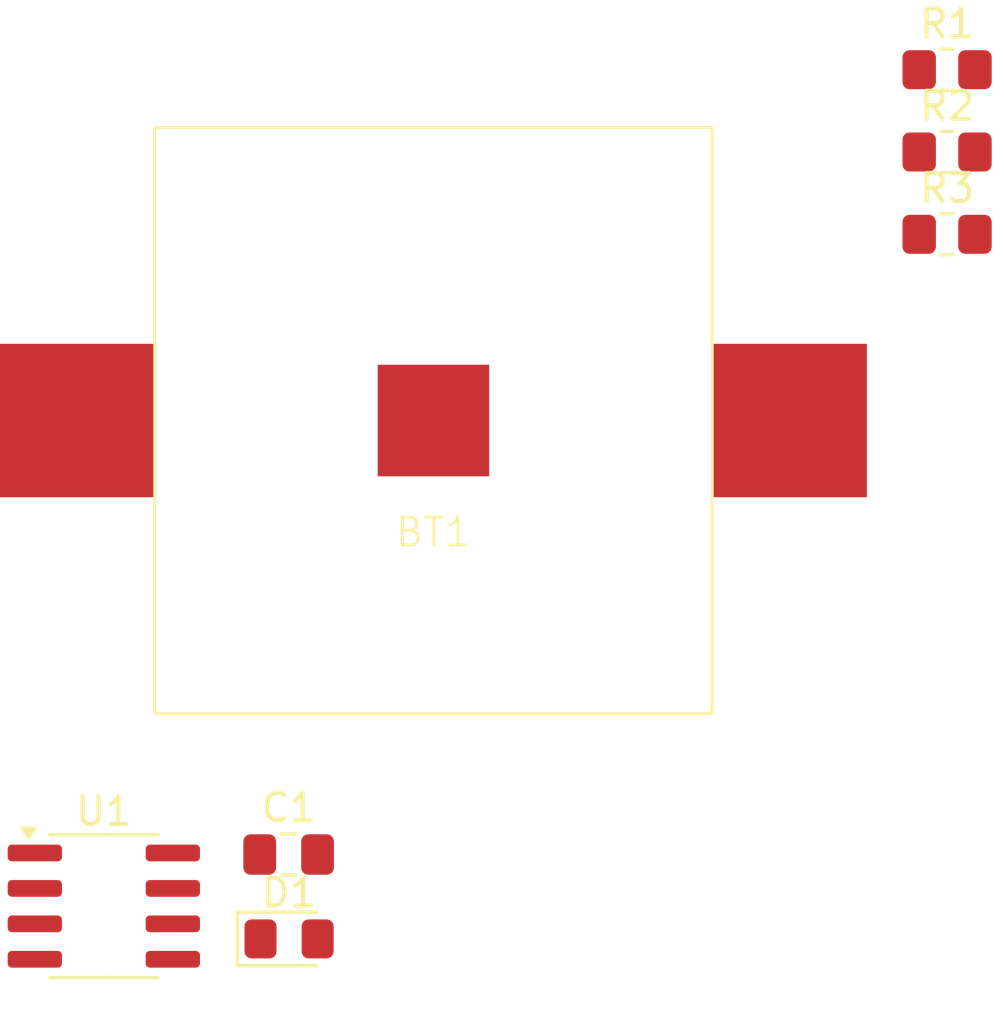
<source format=kicad_pcb>
(kicad_pcb (version 20240108) (generator "pcbnew") (generator_version "8.0")
  (layers (0 "F.Cu" signal) (31 "B.Cu" signal) (34 "B.Paste" user) (35 "F.Paste" user) (36 "B.SilkS" user "B.Silkscreen") (37 "F.SilkS" user "F.Silkscreen") (38 "B.Mask" user) (39 "F.Mask" user) (44 "Edge.Cuts" user))
  (net 0 "")
  (net 1 "Net-(BT1-+)")
  (net 2 "GND")
  (net 3 "Net-(U1-THR)")
  (net 4 "Net-(D1-A)")
  (net 5 "Net-(U1-DIS)")
  (net 6 "Net-(U1-OUT)")
  (footprint "LED_SMD:LED_0805_2012Metric_Pad1.15x1.40mm_HandSolder" (layer "F.Cu") (at 95.495 71.905)
    (property "Reference" "D1" (at 0 -1.65 0) (layer "F.SilkS"))
    (property "Value" "LED")
    (fp_line (start -1.86 -0.96) (end -1.86 0.96) (stroke (width 0.12)) (layer "F.SilkS"))
    (fp_line (start -1.86 0.96) (end 1 0.96) (stroke (width 0.12)) (layer "F.SilkS"))
    (fp_line (start 1 -0.96) (end -1.86 -0.96) (stroke (width 0.12)) (layer "F.SilkS"))
    (pad "1" smd roundrect (at -1.025 0) (size 1.15 1.4) (layers "F.Cu" "F.Paste" "F.Mask") (roundrect_rratio 0.217391) (net 2 "GND"))
    (pad "2" smd roundrect (at 1.025 0) (size 1.15 1.4) (layers "F.Cu" "F.Paste" "F.Mask") (roundrect_rratio 0.217391) (net 4 "Net-(D1-A)"))
  )
  (footprint "Blinky:S8211-46R" (layer "F.Cu") (at 100.675 53.325)
    (property "Reference" "BT1" (at 0 4 0) (layer "F.SilkS") (effects (font (thickness 0.1))))
    (property "Value" "CR2032")
    (fp_rect (start -10 -10.5) (end 10 10.5) (stroke (width 0.1)) (fill none) (layer "F.SilkS"))
    (pad "1" smd rect (at -12.8 0) (size 5.5 5.5) (layers "F.Cu" "F.Paste" "F.Mask") (net 1 "Net-(BT1-+)"))
    (pad "1" smd rect (at 12.8 0) (size 5.5 5.5) (layers "F.Cu" "F.Paste" "F.Mask") (net 1 "Net-(BT1-+)"))
    (pad "2" smd rect (at 0 0) (size 4 4) (layers "F.Cu" "F.Paste" "F.Mask") (net 2 "GND"))
  )
  (footprint "Resistor_SMD:R_0805_2012Metric_Pad1.20x1.40mm_HandSolder" (layer "F.Cu") (at 119.1 43.7)
    (property "Reference" "R2" (at 0 -1.65 0) (layer "F.SilkS"))
    (property "Value" "470K")
    (fp_line (start -0.227064 -0.735) (end 0.227064 -0.735) (stroke (width 0.12)) (layer "F.SilkS"))
    (fp_line (start -0.227064 0.735) (end 0.227064 0.735) (stroke (width 0.12)) (layer "F.SilkS"))
    (pad "1" smd roundrect (at -1 0) (size 1.2 1.4) (layers "F.Cu" "F.Paste" "F.Mask") (roundrect_rratio 0.208333) (net 5 "Net-(U1-DIS)"))
    (pad "2" smd roundrect (at 1 0) (size 1.2 1.4) (layers "F.Cu" "F.Paste" "F.Mask") (roundrect_rratio 0.208333) (net 3 "Net-(U1-THR)"))
  )
  (footprint "Resistor_SMD:R_0805_2012Metric_Pad1.20x1.40mm_HandSolder" (layer "F.Cu") (at 119.1 46.65)
    (property "Reference" "R3" (at 0 -1.65 0) (layer "F.SilkS"))
    (property "Value" "1K")
    (fp_line (start -0.227064 -0.735) (end 0.227064 -0.735) (stroke (width 0.12)) (layer "F.SilkS"))
    (fp_line (start -0.227064 0.735) (end 0.227064 0.735) (stroke (width 0.12)) (layer "F.SilkS"))
    (pad "1" smd roundrect (at -1 0) (size 1.2 1.4) (layers "F.Cu" "F.Paste" "F.Mask") (roundrect_rratio 0.208333) (net 6 "Net-(U1-OUT)"))
    (pad "2" smd roundrect (at 1 0) (size 1.2 1.4) (layers "F.Cu" "F.Paste" "F.Mask") (roundrect_rratio 0.208333) (net 4 "Net-(D1-A)"))
  )
  (footprint "Resistor_SMD:R_0805_2012Metric_Pad1.20x1.40mm_HandSolder" (layer "F.Cu") (at 119.1 40.75)
    (property "Reference" "R1" (at 0 -1.65 0) (layer "F.SilkS"))
    (property "Value" "1K")
    (fp_line (start -0.227064 -0.735) (end 0.227064 -0.735) (stroke (width 0.12)) (layer "F.SilkS"))
    (fp_line (start -0.227064 0.735) (end 0.227064 0.735) (stroke (width 0.12)) (layer "F.SilkS"))
    (pad "1" smd roundrect (at -1 0) (size 1.2 1.4) (layers "F.Cu" "F.Paste" "F.Mask") (roundrect_rratio 0.208333) (net 1 "Net-(BT1-+)"))
    (pad "2" smd roundrect (at 1 0) (size 1.2 1.4) (layers "F.Cu" "F.Paste" "F.Mask") (roundrect_rratio 0.208333) (net 5 "Net-(U1-DIS)"))
  )
  (footprint "Package_SO:SOIC-8_3.9x4.9mm_P1.27mm" (layer "F.Cu") (at 88.85 70.73)
    (property "Reference" "U1" (at 0 -3.4 0) (layer "F.SilkS"))
    (property "Value" "7555")
    (fp_line (start 0 -2.56) (end -1.95 -2.56) (stroke (width 0.12)) (layer "F.SilkS"))
    (fp_line (start 0 -2.56) (end 1.95 -2.56) (stroke (width 0.12)) (layer "F.SilkS"))
    (fp_line (start 0 2.56) (end -1.95 2.56) (stroke (width 0.12)) (layer "F.SilkS"))
    (fp_line (start 0 2.56) (end 1.95 2.56) (stroke (width 0.12)) (layer "F.SilkS"))
    (fp_poly (pts (xy -2.7 -2.465) (xy -2.94 -2.795) (xy -2.46 -2.795) (xy -2.7 -2.465)) (stroke (width 0.12)) (fill solid) (layer "F.SilkS"))
    (pad "1" smd roundrect (at -2.475 -1.905) (size 1.95 0.6) (layers "F.Cu" "F.Paste" "F.Mask") (net 2 "GND"))
    (pad "2" smd roundrect (at -2.475 -0.635) (size 1.95 0.6) (layers "F.Cu" "F.Paste" "F.Mask") (net 3 "Net-(U1-THR)"))
    (pad "3" smd roundrect (at -2.475 0.635) (size 1.95 0.6) (layers "F.Cu" "F.Paste" "F.Mask") (net 6 "Net-(U1-OUT)"))
    (pad "4" smd roundrect (at -2.475 1.905) (size 1.95 0.6) (layers "F.Cu" "F.Paste" "F.Mask") (net 1 "Net-(BT1-+)"))
    (pad "5" smd roundrect (at 2.475 1.905) (size 1.95 0.6) (layers "F.Cu" "F.Paste" "F.Mask"))
    (pad "6" smd roundrect (at 2.475 0.635) (size 1.95 0.6) (layers "F.Cu" "F.Paste" "F.Mask") (net 3 "Net-(U1-THR)"))
    (pad "7" smd roundrect (at 2.475 -0.635) (size 1.95 0.6) (layers "F.Cu" "F.Paste" "F.Mask") (net 5 "Net-(U1-DIS)"))
    (pad "8" smd roundrect (at 2.475 -1.905) (size 1.95 0.6) (layers "F.Cu" "F.Paste" "F.Mask") (net 1 "Net-(BT1-+)"))
  )
  (footprint "Capacitor_SMD:C_0805_2012Metric_Pad1.18x1.45mm_HandSolder" (layer "F.Cu") (at 95.48 68.88)
    (property "Reference" "C1" (at 0 -1.68 0) (layer "F.SilkS"))
    (property "Value" "1U")
    (fp_line (start -0.261252 -0.735) (end 0.261252 -0.735) (stroke (width 0.12)) (layer "F.SilkS"))
    (fp_line (start -0.261252 0.735) (end 0.261252 0.735) (stroke (width 0.12)) (layer "F.SilkS"))
    (pad "1" smd roundrect (at -1.0375 0) (size 1.175 1.45) (layers "F.Cu" "F.Paste" "F.Mask") (roundrect_rratio 0.212766) (net 3 "Net-(U1-THR)"))
    (pad "2" smd roundrect (at 1.0375 0) (size 1.175 1.45) (layers "F.Cu" "F.Paste" "F.Mask") (roundrect_rratio 0.212766) (net 2 "GND"))
  )
)
</source>
